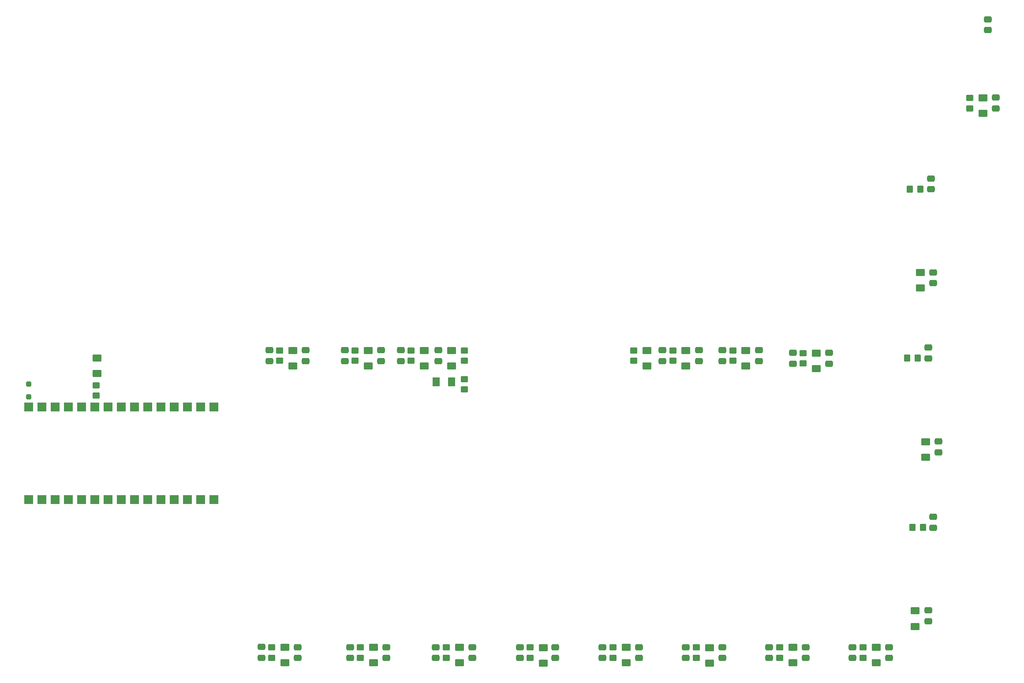
<source format=gtp>
G04 #@! TF.GenerationSoftware,KiCad,Pcbnew,7.0.1*
G04 #@! TF.CreationDate,2023-05-12T07:59:38+02:00*
G04 #@! TF.ProjectId,K_Aries,4b5f4172-6965-4732-9e6b-696361645f70,rev?*
G04 #@! TF.SameCoordinates,Original*
G04 #@! TF.FileFunction,Paste,Top*
G04 #@! TF.FilePolarity,Positive*
%FSLAX46Y46*%
G04 Gerber Fmt 4.6, Leading zero omitted, Abs format (unit mm)*
G04 Created by KiCad (PCBNEW 7.0.1) date 2023-05-12 07:59:38*
%MOMM*%
%LPD*%
G01*
G04 APERTURE LIST*
G04 Aperture macros list*
%AMRoundRect*
0 Rectangle with rounded corners*
0 $1 Rounding radius*
0 $2 $3 $4 $5 $6 $7 $8 $9 X,Y pos of 4 corners*
0 Add a 4 corners polygon primitive as box body*
4,1,4,$2,$3,$4,$5,$6,$7,$8,$9,$2,$3,0*
0 Add four circle primitives for the rounded corners*
1,1,$1+$1,$2,$3*
1,1,$1+$1,$4,$5*
1,1,$1+$1,$6,$7*
1,1,$1+$1,$8,$9*
0 Add four rect primitives between the rounded corners*
20,1,$1+$1,$2,$3,$4,$5,0*
20,1,$1+$1,$4,$5,$6,$7,0*
20,1,$1+$1,$6,$7,$8,$9,0*
20,1,$1+$1,$8,$9,$2,$3,0*%
G04 Aperture macros list end*
%ADD10RoundRect,0.250000X-0.475000X0.337500X-0.475000X-0.337500X0.475000X-0.337500X0.475000X0.337500X0*%
%ADD11RoundRect,0.250001X-0.624999X0.462499X-0.624999X-0.462499X0.624999X-0.462499X0.624999X0.462499X0*%
%ADD12RoundRect,0.250000X-0.450000X0.350000X-0.450000X-0.350000X0.450000X-0.350000X0.450000X0.350000X0*%
%ADD13RoundRect,0.250001X0.624999X-0.462499X0.624999X0.462499X-0.624999X0.462499X-0.624999X-0.462499X0*%
%ADD14RoundRect,0.250000X0.475000X-0.337500X0.475000X0.337500X-0.475000X0.337500X-0.475000X-0.337500X0*%
%ADD15RoundRect,0.250000X-0.250000X0.250000X-0.250000X-0.250000X0.250000X-0.250000X0.250000X0.250000X0*%
%ADD16RoundRect,0.250000X0.350000X0.450000X-0.350000X0.450000X-0.350000X-0.450000X0.350000X-0.450000X0*%
%ADD17R,1.700000X1.700000*%
%ADD18RoundRect,0.250001X0.462499X0.624999X-0.462499X0.624999X-0.462499X-0.624999X0.462499X-0.624999X0*%
G04 APERTURE END LIST*
D10*
X193500000Y-204962500D03*
X193500000Y-207037500D03*
X177000000Y-204962500D03*
X177000000Y-207037500D03*
D11*
X291500000Y-99512500D03*
X291500000Y-102487500D03*
D12*
X232000000Y-148000000D03*
X232000000Y-150000000D03*
D13*
X157500000Y-207987500D03*
X157500000Y-205012500D03*
D10*
X250500000Y-205000000D03*
X250500000Y-207075000D03*
D14*
X282000000Y-182037500D03*
X282000000Y-179962500D03*
X281000000Y-149537500D03*
X281000000Y-147462500D03*
D13*
X246000000Y-150987500D03*
X246000000Y-148012500D03*
X189500000Y-150987500D03*
X189500000Y-148012500D03*
D10*
X234500000Y-204962500D03*
X234500000Y-207037500D03*
X160000000Y-204962500D03*
X160000000Y-207037500D03*
X282000000Y-133000000D03*
X282000000Y-135075000D03*
D12*
X220500000Y-205012500D03*
X220500000Y-207012500D03*
X188500000Y-205000000D03*
X188500000Y-207000000D03*
X257000000Y-148500000D03*
X257000000Y-150500000D03*
D10*
X237000000Y-147962500D03*
X237000000Y-150037500D03*
D13*
X184250000Y-150987500D03*
X184250000Y-148012500D03*
D10*
X261980000Y-148462500D03*
X261980000Y-150537500D03*
D14*
X292500000Y-86500000D03*
X292500000Y-84425000D03*
D13*
X234500000Y-150987500D03*
X234500000Y-148012500D03*
D10*
X281000000Y-197925000D03*
X281000000Y-200000000D03*
X202600000Y-205000000D03*
X202600000Y-207075000D03*
D13*
X191000000Y-207987500D03*
X191000000Y-205012500D03*
D10*
X186500000Y-204962500D03*
X186500000Y-207037500D03*
D13*
X280500000Y-168487500D03*
X280500000Y-165512500D03*
D10*
X266500000Y-204962500D03*
X266500000Y-207037500D03*
D15*
X108300000Y-154450000D03*
X108300000Y-156950000D03*
D10*
X248500000Y-147962500D03*
X248500000Y-150037500D03*
X161500000Y-147962500D03*
X161500000Y-150037500D03*
X179750000Y-147962500D03*
X179750000Y-150037500D03*
D13*
X173500000Y-150987500D03*
X173500000Y-148012500D03*
D12*
X181750000Y-148000000D03*
X181750000Y-150000000D03*
X268500000Y-205012500D03*
X268500000Y-207012500D03*
X156500000Y-148000000D03*
X156500000Y-150000000D03*
D13*
X278500000Y-200987500D03*
X278500000Y-198012500D03*
D10*
X273500000Y-204962500D03*
X273500000Y-207037500D03*
D16*
X280000000Y-182000000D03*
X278000000Y-182000000D03*
D10*
X230000000Y-147962500D03*
X230000000Y-150037500D03*
D12*
X121300000Y-154700000D03*
X121300000Y-156700000D03*
D10*
X255000000Y-148462500D03*
X255000000Y-150537500D03*
X169000000Y-147962500D03*
X169000000Y-150037500D03*
D14*
X187000000Y-150037500D03*
X187000000Y-147962500D03*
D10*
X154500000Y-147962500D03*
X154500000Y-150037500D03*
X294000000Y-99462500D03*
X294000000Y-101537500D03*
D12*
X236500000Y-205037500D03*
X236500000Y-207037500D03*
D13*
X159000000Y-150987500D03*
X159000000Y-148012500D03*
X174500000Y-207987500D03*
X174500000Y-205012500D03*
D12*
X252500000Y-205000000D03*
X252500000Y-207000000D03*
D10*
X209400000Y-205000000D03*
X209400000Y-207075000D03*
X283000000Y-165500000D03*
X283000000Y-167575000D03*
D12*
X192000000Y-153500000D03*
X192000000Y-155500000D03*
D16*
X279000000Y-149500000D03*
X277000000Y-149500000D03*
D10*
X241500000Y-147962500D03*
X241500000Y-150037500D03*
D12*
X204600000Y-205037500D03*
X204600000Y-207037500D03*
D16*
X279500000Y-117000000D03*
X277500000Y-117000000D03*
D13*
X239000000Y-208025000D03*
X239000000Y-205050000D03*
D12*
X155000000Y-205000000D03*
X155000000Y-207000000D03*
D13*
X223000000Y-208000000D03*
X223000000Y-205025000D03*
X255000000Y-207987500D03*
X255000000Y-205012500D03*
D10*
X170000000Y-204962500D03*
X170000000Y-207037500D03*
D13*
X259500000Y-151487500D03*
X259500000Y-148512500D03*
D10*
X176000000Y-147962500D03*
X176000000Y-150037500D03*
D13*
X227000000Y-151000000D03*
X227000000Y-148025000D03*
D17*
X143900000Y-158830000D03*
X141360000Y-158830000D03*
X138820000Y-158830000D03*
X136280000Y-158830000D03*
X133740000Y-158830000D03*
X131200000Y-158830000D03*
X128660000Y-158830000D03*
X126120000Y-158830000D03*
X123580000Y-158830000D03*
X121040000Y-158830000D03*
X118500000Y-158830000D03*
X115960000Y-158830000D03*
X113420000Y-158830000D03*
X110880000Y-158830000D03*
X108340000Y-158830000D03*
X108340000Y-176610000D03*
X110880000Y-176610000D03*
X113420000Y-176610000D03*
X115960000Y-176610000D03*
X118500000Y-176610000D03*
X121040000Y-176610000D03*
X123580000Y-176610000D03*
X126120000Y-176610000D03*
X128660000Y-176610000D03*
X131200000Y-176610000D03*
X133740000Y-176610000D03*
X136280000Y-176610000D03*
X138820000Y-176610000D03*
X141360000Y-176610000D03*
X143900000Y-176610000D03*
D13*
X279500000Y-135987500D03*
X279500000Y-133012500D03*
D10*
X225500000Y-204962500D03*
X225500000Y-207037500D03*
X153000000Y-204925000D03*
X153000000Y-207000000D03*
D11*
X121400000Y-149425000D03*
X121400000Y-152400000D03*
D12*
X243500000Y-148000000D03*
X243500000Y-150000000D03*
D14*
X281500000Y-117075000D03*
X281500000Y-115000000D03*
D13*
X207100000Y-208025000D03*
X207100000Y-205050000D03*
D12*
X172000000Y-205000000D03*
X172000000Y-207000000D03*
D13*
X271000000Y-208000000D03*
X271000000Y-205025000D03*
D12*
X224500000Y-148000000D03*
X224500000Y-150000000D03*
X171000000Y-148000000D03*
X171000000Y-150000000D03*
D18*
X189487500Y-154000000D03*
X186512500Y-154000000D03*
D10*
X241500000Y-204962500D03*
X241500000Y-207037500D03*
D12*
X289000000Y-99500000D03*
X289000000Y-101500000D03*
X192000000Y-148000000D03*
X192000000Y-150000000D03*
D10*
X218500000Y-204962500D03*
X218500000Y-207037500D03*
X257520000Y-205000000D03*
X257520000Y-207075000D03*
M02*

</source>
